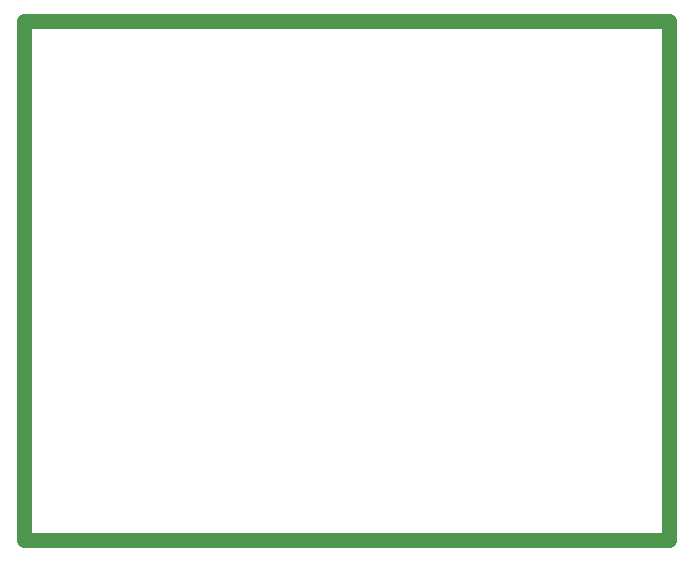
<source format=gko>
G04 Layer: BoardOutline*
G04 EasyEDA v5.9.42, Mon, 25 Mar 2019 00:53:44 GMT*
G04 6dd78dc2daa24722afde4913ee835c01*
G04 Gerber Generator version 0.2*
G04 Scale: 100 percent, Rotated: No, Reflected: No *
G04 Dimensions in inches *
G04 leading zeros omitted , absolute positions ,2 integer and 4 decimal *
%FSLAX24Y24*%
%MOIN*%
G90*
G70D02*

%ADD10C,0.050000*%
G54D10*
G01X800Y17300D02*
G01X21500Y17300D01*
G01X21500Y0D01*
G01X0Y0D01*
G01X0Y17300D01*
G01X800Y17300D01*

%LPD*%
M00*
M02*

</source>
